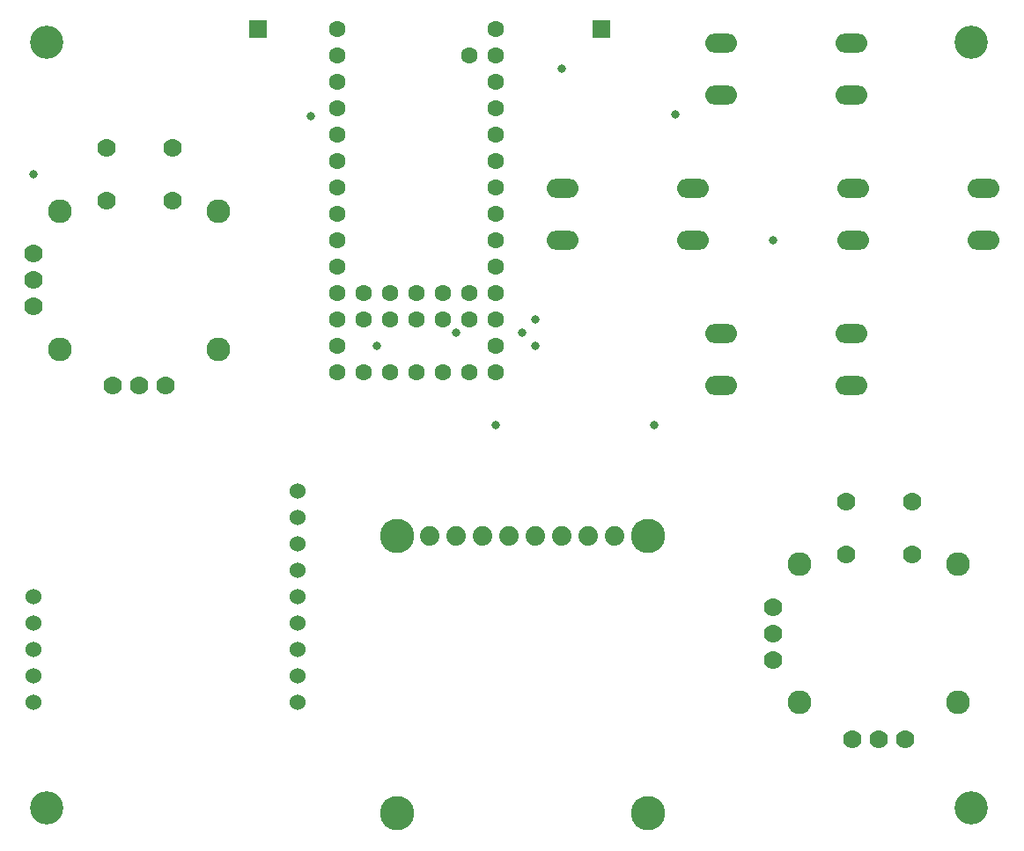
<source format=gbr>
%TF.GenerationSoftware,KiCad,Pcbnew,(6.0.7)*%
%TF.CreationDate,2023-03-27T09:38:57-04:00*%
%TF.ProjectId,RC_PCB,52435f50-4342-42e6-9b69-6361645f7063,rev?*%
%TF.SameCoordinates,Original*%
%TF.FileFunction,Soldermask,Bot*%
%TF.FilePolarity,Negative*%
%FSLAX46Y46*%
G04 Gerber Fmt 4.6, Leading zero omitted, Abs format (unit mm)*
G04 Created by KiCad (PCBNEW (6.0.7)) date 2023-03-27 09:38:57*
%MOMM*%
%LPD*%
G01*
G04 APERTURE LIST*
%ADD10C,1.778000*%
%ADD11C,2.286000*%
%ADD12R,1.700000X1.700000*%
%ADD13C,1.879600*%
%ADD14C,3.301600*%
%ADD15O,3.048000X1.850000*%
%ADD16C,3.200000*%
%ADD17C,1.524000*%
%ADD18C,1.600000*%
%ADD19C,0.800000*%
G04 APERTURE END LIST*
D10*
%TO.C,U5*%
X188595000Y-97472500D03*
X194945000Y-97472500D03*
X188595000Y-102552500D03*
X194945000Y-102552500D03*
X189230000Y-120332500D03*
X191770000Y-120332500D03*
X194310000Y-120332500D03*
D11*
X184150000Y-103505000D03*
X184150000Y-116840000D03*
X199390000Y-116840000D03*
X199390000Y-103505000D03*
D10*
X181610000Y-107632500D03*
X181610000Y-110172500D03*
X181610000Y-112712500D03*
%TD*%
%TO.C,U4*%
X117475000Y-63500000D03*
X123825000Y-63500000D03*
X117475000Y-68580000D03*
X123825000Y-68580000D03*
X118110000Y-86360000D03*
X120650000Y-86360000D03*
X123190000Y-86360000D03*
D11*
X113030000Y-69532500D03*
X113030000Y-82867500D03*
X128270000Y-82867500D03*
X128270000Y-69532500D03*
D10*
X110490000Y-73660000D03*
X110490000Y-76200000D03*
X110490000Y-78740000D03*
%TD*%
D12*
%TO.C,JT1 VBAT*%
X132080000Y-52070000D03*
%TD*%
D13*
%TO.C,U3*%
X148590000Y-100852500D03*
X151130000Y-100852500D03*
X153670000Y-100852500D03*
X156210000Y-100852500D03*
X158750000Y-100852500D03*
X161290000Y-100852500D03*
X163830000Y-100852500D03*
X166370000Y-100852500D03*
D14*
X169545000Y-127522500D03*
X169545000Y-100852500D03*
X145415000Y-100852500D03*
X145415000Y-127522500D03*
%TD*%
D12*
%TO.C,JT2 VUSB*%
X165100000Y-52070000D03*
%TD*%
D15*
%TO.C,SW4*%
X176640000Y-81320000D03*
X189140000Y-81320000D03*
X189140000Y-86320000D03*
X176640000Y-86320000D03*
%TD*%
D16*
%TO.C,H3*%
X200660000Y-53340000D03*
%TD*%
D15*
%TO.C,SW2*%
X161400000Y-67350000D03*
X173900000Y-67350000D03*
X161400000Y-72350000D03*
X173900000Y-72350000D03*
%TD*%
%TO.C,SW3*%
X201840000Y-67350000D03*
X189340000Y-67350000D03*
X201840000Y-72350000D03*
X189340000Y-72350000D03*
%TD*%
D16*
%TO.C,H3*%
X111760000Y-127000000D03*
%TD*%
D15*
%TO.C,SW1*%
X176640000Y-53380000D03*
X189140000Y-53380000D03*
X176640000Y-58380000D03*
X189140000Y-58380000D03*
%TD*%
D16*
%TO.C,H3*%
X111760000Y-53340000D03*
%TD*%
D17*
%TO.C,U1*%
X135890000Y-116840000D03*
X135890000Y-114300000D03*
X135890000Y-111760000D03*
X135890000Y-109220000D03*
X135890000Y-106680000D03*
X135890000Y-104140000D03*
X135890000Y-101600000D03*
X135890000Y-99060000D03*
X135890000Y-96520000D03*
X110490000Y-116840000D03*
X110490000Y-114300000D03*
X110490000Y-111760000D03*
X110490000Y-109220000D03*
X110490000Y-106680000D03*
%TD*%
D18*
%TO.C,U2*%
X139700000Y-52070000D03*
X139700000Y-54610000D03*
X139700000Y-57150000D03*
X139700000Y-59690000D03*
X139700000Y-62230000D03*
X139700000Y-64770000D03*
X139700000Y-67310000D03*
X139700000Y-69850000D03*
X139700000Y-72390000D03*
X139700000Y-74930000D03*
X139700000Y-77470000D03*
X139700000Y-80010000D03*
X139700000Y-82550000D03*
X139700000Y-85090000D03*
X142240000Y-85090000D03*
X144780000Y-85090000D03*
X147320000Y-85090000D03*
X149860000Y-85090000D03*
X152400000Y-85090000D03*
X154940000Y-85090000D03*
X154940000Y-82550000D03*
X154940000Y-80010000D03*
X154940000Y-77470000D03*
X154940000Y-74930000D03*
X154940000Y-72390000D03*
X154940000Y-69850000D03*
X154940000Y-67310000D03*
X154940000Y-64770000D03*
X154940000Y-62230000D03*
X154940000Y-59690000D03*
X154940000Y-57150000D03*
X154940000Y-54610000D03*
X154940000Y-52070000D03*
X152400000Y-54610000D03*
X152400000Y-80010000D03*
X152400000Y-77470000D03*
X149860000Y-80010000D03*
X149860000Y-77470000D03*
X147320000Y-80010000D03*
X147320000Y-77470000D03*
X144780000Y-80010000D03*
X144780000Y-77470000D03*
X142240000Y-80010000D03*
X142240000Y-77470000D03*
%TD*%
D16*
%TO.C,H3*%
X200660000Y-127000000D03*
%TD*%
D19*
X172207700Y-60235500D03*
X181610000Y-72390000D03*
X110490000Y-66040000D03*
X161290000Y-55880000D03*
X143510000Y-82550000D03*
X154940000Y-90170000D03*
X137160000Y-60414500D03*
X158750000Y-80010000D03*
X158750000Y-82550000D03*
X157480000Y-81280000D03*
X151130000Y-81280000D03*
X170180000Y-90170000D03*
M02*

</source>
